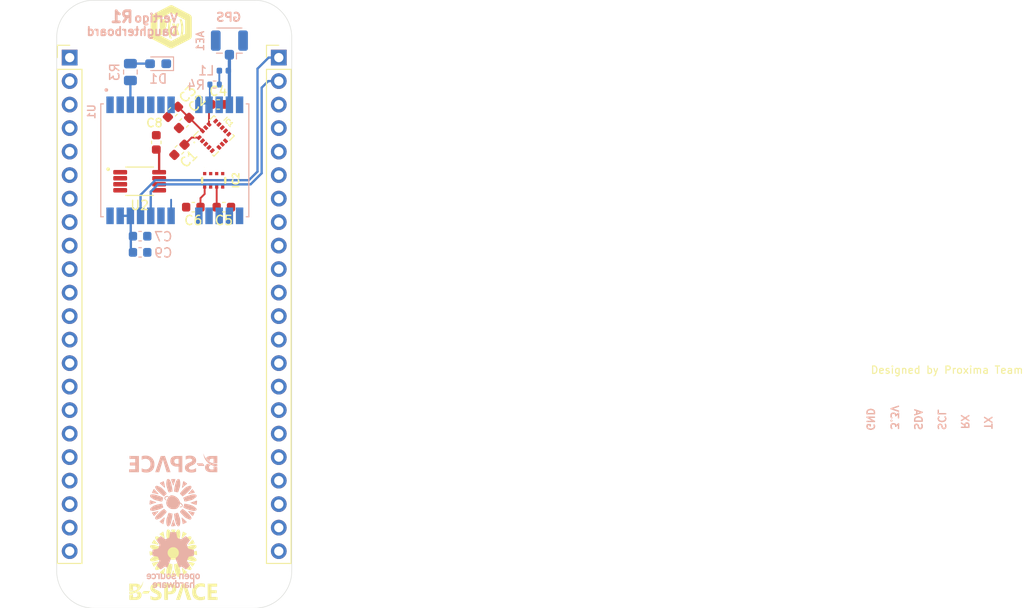
<source format=kicad_pcb>
(kicad_pcb (version 20240108) (generator "pcbnew") (generator_version "8.0")
  (layers (0 "F.Cu" signal) (1 "In1.Cu" signal) (2 "In2.Cu" signal) (31 "B.Cu" signal) (34 "B.Paste" user) (35 "F.Paste" user) (36 "B.SilkS" user "B.Silkscreen") (37 "F.SilkS" user "F.Silkscreen") (38 "B.Mask" user) (39 "F.Mask" user) (44 "Edge.Cuts" user))
  (net 0 "")
  (net 1 "Net-(AE1-A)")
  (net 2 "+3.3V")
  (net 3 "GND")
  (net 4 "Net-(IC1-REGOUT)")
  (net 5 "Net-(D1-A)")
  (net 6 "Net-(L1-Pad1)")
  (net 7 "Net-(U1-TIMEPULSE)")
  (net 8 "Net-(U1-RSVD_8)")
  (net 18 "/UART_TX")
  (net 19 "/UART_RX")
  (net 56 "/SCLK")
  (net 57 "unconnected-(U1-SDA2-Pad18)")
  (net 59 "/ESP_SDI")
  (net 60 "/ESP_SDO")
  (footprint "Capacitor_SMD:C_0603_1608Metric" (layer "F.Cu") (at 112.562498 50.562497 45)
    (property "Reference" "C3" (at 2.474874 -0.212132 45) (layer "F.SilkS"))
    (property "Value" "2.2uF")
    (pad "1" smd roundrect (at -0.775 0 45) (size 0.9 0.95) (layers "F.Cu" "F.Paste" "F.Mask") (net 3 "GND"))
    (pad "2" smd roundrect (at 0.775 0 45) (size 0.9 0.95) (layers "F.Cu" "F.Paste" "F.Mask") (net 2 "+3.3V"))
  )
  (footprint "Vertigo Daughterboard KiCad Libraries:SOP65P490X110-8N" (layer "F.Cu") (at 108.962499 58.062497)
    (property "Reference" "U2" (at 0 2.600001 0) (layer "F.SilkS"))
    (property "Value" "24AA32A-I_MS")
    (pad "1" smd roundrect (at -2.105 -0.975) (size 1.5 0.49) (layers "F.Cu" "F.Paste" "F.Mask") (net 3 "GND"))
    (pad "2" smd roundrect (at -2.105 -0.325) (size 1.5 0.49) (layers "F.Cu" "F.Paste" "F.Mask") (net 3 "GND"))
    (pad "3" smd roundrect (at -2.105 0.325) (size 1.5 0.49) (layers "F.Cu" "F.Paste" "F.Mask") (net 3 "GND"))
    (pad "4" smd roundrect (at -2.105 0.975) (size 1.5 0.49) (layers "F.Cu" "F.Paste" "F.Mask") (net 3 "GND"))
    (pad "5" smd roundrect (at 2.105 0.975 180) (size 1.5 0.49) (layers "F.Cu" "F.Paste" "F.Mask"))
    (pad "6" smd roundrect (at 2.105 0.325 180) (size 1.5 0.49) (layers "F.Cu" "F.Paste" "F.Mask"))
    (pad "7" smd roundrect (at 2.105 -0.325 180) (size 1.5 0.49) (layers "F.Cu" "F.Paste" "F.Mask") (net 3 "GND"))
    (pad "8" smd roundrect (at 2.105 -0.975 180) (size 1.5 0.49) (layers "F.Cu" "F.Paste" "F.Mask") (net 2 "+3.3V"))
  )
  (footprint "Connector_PinHeader_2.54mm:PinHeader_1x22_P2.54mm_Vertical" (layer "F.Cu") (at 124 44.7)
    (property "Reference" "J2" (hide yes))
    (property "Value" "Conn_01x22_Socket")
    (pad "1" thru_hole rect (at 0 0) (size 1.7 1.7) (drill 1) (layers "*.Cu" "*.Mask") (net 18 "/UART_TX"))
    (pad "2" thru_hole oval (at 0 2.54) (size 1.7 1.7) (drill 1) (layers "*.Cu" "*.Mask") (net 19 "/UART_RX"))
    (pad "3" thru_hole oval (at 0 5.08) (size 1.7 1.7) (drill 1) (layers "*.Cu" "*.Mask") (net 56 "/SCLK"))
    (pad "4" thru_hole oval (at 0 7.62) (size 1.7 1.7) (drill 1) (layers "*.Cu" "*.Mask") (net 59 "/ESP_SDI"))
    (pad "5" thru_hole oval (at 0 10.16) (size 1.7 1.7) (drill 1) (layers "*.Cu" "*.Mask") (net 60 "/ESP_SDO"))
    (pad "6" thru_hole oval (at 0 12.7) (size 1.7 1.7) (drill 1) (layers "*.Cu" "*.Mask") (net 2 "+3.3V"))
    (pad "7" thru_hole oval (at 0 15.24) (size 1.7 1.7) (drill 1) (layers "*.Cu" "*.Mask"))
    (pad "8" thru_hole oval (at 0 17.78) (size 1.7 1.7) (drill 1) (layers "*.Cu" "*.Mask"))
    (pad "9" thru_hole oval (at 0 20.32) (size 1.7 1.7) (drill 1) (layers "*.Cu" "*.Mask"))
    (pad "10" thru_hole oval (at 0 22.86) (size 1.7 1.7) (drill 1) (layers "*.Cu" "*.Mask"))
    (pad "11" thru_hole oval (at 0 25.4) (size 1.7 1.7) (drill 1) (layers "*.Cu" "*.Mask"))
    (pad "12" thru_hole oval (at 0 27.94) (size 1.7 1.7) (drill 1) (layers "*.Cu" "*.Mask"))
    (pad "13" thru_hole oval (at 0 30.48) (size 1.7 1.7) (drill 1) (layers "*.Cu" "*.Mask"))
    (pad "14" thru_hole oval (at 0 33.02) (size 1.7 1.7) (drill 1) (layers "*.Cu" "*.Mask"))
    (pad "15" thru_hole oval (at 0 35.56) (size 1.7 1.7) (drill 1) (layers "*.Cu" "*.Mask"))
    (pad "16" thru_hole oval (at 0 38.1) (size 1.7 1.7) (drill 1) (layers "*.Cu" "*.Mask"))
    (pad "17" thru_hole oval (at 0 40.64) (size 1.7 1.7) (drill 1) (layers "*.Cu" "*.Mask"))
    (pad "18" thru_hole oval (at 0 43.18) (size 1.7 1.7) (drill 1) (layers "*.Cu" "*.Mask"))
    (pad "19" thru_hole oval (at 0 45.72) (size 1.7 1.7) (drill 1) (layers "*.Cu" "*.Mask"))
    (pad "20" thru_hole oval (at 0 48.26) (size 1.7 1.7) (drill 1) (layers "*.Cu" "*.Mask"))
    (pad "21" thru_hole oval (at 0 50.8) (size 1.7 1.7) (drill 1) (layers "*.Cu" "*.Mask"))
    (pad "22" thru_hole oval (at 0 53.34) (size 1.7 1.7) (drill 1) (layers "*.Cu" "*.Mask") (net 3 "GND"))
  )
  (footprint "Vertigo Pro KiCad Libraries:flower_space_logo" (layer "F.Cu") (at 112.691936 98.6)
    (property "Reference" "G***" (hide yes))
    (property "Value" "LOGO" (hide yes))
  )
  (footprint "Vertigo Pro KiCad Libraries:proxima_logo_simple_footprint" (layer "F.Cu") (at 112.4 41.4)
    (property "Reference" "G***" (hide yes))
    (property "Value" "LOGO" (hide yes))
  )
  (footprint "Capacitor_SMD:C_0603_1608Metric" (layer "F.Cu") (at 117.4625 49.762497)
    (property "Reference" "C4" (at 0 -1.43 0) (layer "F.SilkS"))
    (property "Value" "100nF")
    (pad "1" smd roundrect (at -0.775 0) (size 0.9 0.95) (layers "F.Cu" "F.Paste" "F.Mask") (net 4 "Net-(IC1-REGOUT)"))
    (pad "2" smd roundrect (at 0.775 0) (size 0.9 0.95) (layers "F.Cu" "F.Paste" "F.Mask") (net 3 "GND"))
  )
  (footprint "Capacitor_SMD:C_0603_1608Metric" (layer "F.Cu") (at 110.7625 53.862498 -90)
    (property "Reference" "C8" (at -2.1 0.2 0) (layer "F.SilkS") (effects (font (size 0.9 0.9))))
    (property "Value" "100nF")
    (pad "1" smd roundrect (at -0.775 0 270) (size 0.9 0.95) (layers "F.Cu" "F.Paste" "F.Mask") (net 3 "GND"))
    (pad "2" smd roundrect (at 0.775 0 270) (size 0.9 0.95) (layers "F.Cu" "F.Paste" "F.Mask") (net 2 "+3.3V"))
  )
  (footprint "Capacitor_SMD:C_0603_1608Metric" (layer "F.Cu") (at 113.2625 54.662497 45)
    (property "Reference" "C1" (at 0 1.414214 45) (layer "F.SilkS"))
    (property "Value" "10nF")
    (pad "1" smd roundrect (at -0.775 0 45) (size 0.9 0.95) (layers "F.Cu" "F.Paste" "F.Mask") (net 3 "GND"))
    (pad "2" smd roundrect (at 0.775 0 45) (size 0.9 0.95) (layers "F.Cu" "F.Paste" "F.Mask") (net 2 "+3.3V"))
  )
  (footprint "Connector_PinHeader_2.54mm:PinHeader_1x22_P2.54mm_Vertical" (layer "F.Cu") (at 101.4 44.7)
    (property "Reference" "J1" (hide yes))
    (property "Value" "Conn_01x22_Socket")
    (pad "1" thru_hole rect (at 0 0) (size 1.7 1.7) (drill 1) (layers "*.Cu" "*.Mask") (net 2 "+3.3V"))
    (pad "2" thru_hole oval (at 0 2.54) (size 1.7 1.7) (drill 1) (layers "*.Cu" "*.Mask"))
    (pad "3" thru_hole oval (at 0 5.08) (size 1.7 1.7) (drill 1) (layers "*.Cu" "*.Mask"))
    (pad "4" thru_hole oval (at 0 7.62) (size 1.7 1.7) (drill 1) (layers "*.Cu" "*.Mask"))
    (pad "5" thru_hole oval (at 0 10.16) (size 1.7 1.7) (drill 1) (layers "*.Cu" "*.Mask"))
    (pad "6" thru_hole oval (at 0 12.7) (size 1.7 1.7) (drill 1) (layers "*.Cu" "*.Mask"))
    (pad "7" thru_hole oval (at 0 15.24) (size 1.7 1.7) (drill 1) (layers "*.Cu" "*.Mask"))
    (pad "8" thru_hole oval (at 0 17.78) (size 1.7 1.7) (drill 1) (layers "*.Cu" "*.Mask"))
    (pad "9" thru_hole oval (at 0 20.32) (size 1.7 1.7) (drill 1) (layers "*.Cu" "*.Mask"))
    (pad "10" thru_hole oval (at 0 22.86) (size 1.7 1.7) (drill 1) (layers "*.Cu" "*.Mask"))
    (pad "11" thru_hole oval (at 0 25.4) (size 1.7 1.7) (drill 1) (layers "*.Cu" "*.Mask"))
    (pad "12" thru_hole oval (at 0 27.94) (size 1.7 1.7) (drill 1) (layers "*.Cu" "*.Mask"))
    (pad "13" thru_hole oval (at 0 30.48) (size 1.7 1.7) (drill 1) (layers "*.Cu" "*.Mask"))
    (pad "14" thru_hole oval (at 0 33.02) (size 1.7 1.7) (drill 1) (layers "*.Cu" "*.Mask"))
    (pad "15" thru_hole oval (at 0 35.56) (size 1.7 1.7) (drill 1) (layers "*.Cu" "*.Mask"))
    (pad "16" thru_hole oval (at 0 38.1) (size 1.7 1.7) (drill 1) (layers "*.Cu" "*.Mask"))
    (pad "17" thru_hole oval (at 0 40.64) (size 1.7 1.7) (drill 1) (layers "*.Cu" "*.Mask"))
    (pad "18" thru_hole oval (at 0 43.18) (size 1.7 1.7) (drill 1) (layers "*.Cu" "*.Mask"))
    (pad "19" thru_hole oval (at 0 45.72) (size 1.7 1.7) (drill 1) (layers "*.Cu" "*.Mask"))
    (pad "20" thru_hole oval (at 0 48.26) (size 1.7 1.7) (drill 1) (layers "*.Cu" "*.Mask"))
    (pad "21" thru_hole oval (at 0 50.8) (size 1.7 1.7) (drill 1) (layers "*.Cu" "*.Mask"))
    (pad "22" thru_hole oval (at 0 53.34) (size 1.7 1.7) (drill 1) (layers "*.Cu" "*.Mask"))
  )
  (footprint "Capacitor_SMD:C_0603_1608Metric" (layer "F.Cu") (at 118.0625 60.862498 180)
    (property "Reference" "C5" (at 0 -1.43 0) (layer "F.SilkS"))
    (property "Value" "100nF")
    (pad "1" smd roundrect (at -0.775 0 180) (size 0.9 0.95) (layers "F.Cu" "F.Paste" "F.Mask") (net 3 "GND"))
    (pad "2" smd roundrect (at 0.775 0 180) (size 0.9 0.95) (layers "F.Cu" "F.Paste" "F.Mask") (net 2 "+3.3V"))
  )
  (footprint "Capacitor_SMD:C_0603_1608Metric" (layer "F.Cu") (at 113.762499 51.762499 45)
    (property "Reference" "C2" (at 2.474874 -0.494975 45) (layer "F.SilkS"))
    (property "Value" "100nF")
    (pad "1" smd roundrect (at -0.775 0 45) (size 0.9 0.95) (layers "F.Cu" "F.Paste" "F.Mask") (net 3 "GND"))
    (pad "2" smd roundrect (at 0.775 0 45) (size 0.9 0.95) (layers "F.Cu" "F.Paste" "F.Mask") (net 2 "+3.3V"))
  )
  (footprint "Vertigo Pro KiCad Libraries:b-space_logo_long" (layer "F.Cu") (at 112.6 102.4)
    (property "Reference" "G***" (hide yes))
    (property "Value" "LOGO" (hide yes))
  )
  (footprint "Vertigo Daughterboard KiCad Libraries:DPS310XTSA1" (layer "F.Cu") (at 116.9625 57.962498 180)
    (property "Reference" "IC2" (at -2.4 0 90) (layer "F.SilkS") (effects (font (size 0.7 0.7) (thickness 0.15) (bold yes))))
    (property "Value" "DPS310XTSA1" (hide yes))
    (pad "1" smd rect (at 0.975001 0.725 270) (size 0.35 0.35) (layers "F.Cu" "F.Paste" "F.Mask") (net 3 "GND"))
    (pad "2" smd rect (at 0.325 0.725 270) (size 0.35 0.35) (layers "F.Cu" "F.Paste" "F.Mask") (net 2 "+3.3V"))
    (pad "3" smd rect (at -0.325 0.725 270) (size 0.35 0.35) (layers "F.Cu" "F.Paste" "F.Mask") (net 60 "/ESP_SDO"))
    (pad "4" smd rect (at -0.975001 0.725 270) (size 0.35 0.35) (layers "F.Cu" "F.Paste" "F.Mask") (net 56 "/SCLK"))
    (pad "5" smd rect (at -0.975001 -0.725 270) (size 0.35 0.35) (layers "F.Cu" "F.Paste" "F.Mask") (net 59 "/ESP_SDI"))
    (pad "6" smd rect (at -0.325 -0.725 270) (size 0.35 0.35) (layers "F.Cu" "F.Paste" "F.Mask") (net 2 "+3.3V"))
    (pad "7" smd rect (at 0.325 -0.725 270) (size 0.35 0.35) (layers "F.Cu" "F.Paste" "F.Mask") (net 3 "GND"))
    (pad "8" smd rect (at 0.975001 -0.725 270) (size 0.35 0.35) (layers "F.Cu" "F.Paste" "F.Mask") (net 2 "+3.3V"))
  )
  (footprint "Vertigo Daughterboard KiCad Libraries:PQFN50P300X300X80-16N" (layer "F.Cu") (at 116.994999 53.162499 45)
    (property "Reference" "IC1" (at 2.16905 0.04773 135) (layer "F.SilkS") (effects (font (size 0.481634 0.481634))))
    (property "Value" "ICM-20602")
    (pad "1" smd roundrect (at -1.26 -1 45) (size 0.49 0.35) (layers "F.Cu" "F.Paste" "F.Mask") (roundrect_rratio 0.125) (net 2 "+3.3V"))
    (pad "2" smd roundrect (at -1.26 -0.5 45) (size 0.49 0.35) (layers "F.Cu" "F.Paste" "F.Mask") (roundrect_rratio 0.125) (net 56 "/SCLK"))
    (pad "3" smd roundrect (at -1.260001 0 45) (size 0.49 0.35) (layers "F.Cu" "F.Paste" "F.Mask") (roundrect_rratio 0.125) (net 60 "/ESP_SDO"))
    (pad "4" smd roundrect (at -1.26 0.5 45) (size 0.49 0.35) (layers "F.Cu" "F.Paste" "F.Mask") (roundrect_rratio 0.125) (net 59 "/ESP_SDI"))
    (pad "5" smd roundrect (at -1.26 1 45) (size 0.49 0.35) (layers "F.Cu" "F.Paste" "F.Mask") (roundrect_rratio 0.125) (net 2 "+3.3V"))
    (pad "6" smd roundrect (at -0.5 1.26 135) (size 0.49 0.35) (layers "F.Cu" "F.Paste" "F.Mask") (roundrect_rratio 0.125) (net 3 "GND"))
    (pad "7" smd roundrect (at 0 1.260001 135) (size 0.49 0.35) (layers "F.Cu" "F.Paste" "F.Mask") (roundrect_rratio 0.125))
    (pad "8" smd roundrect (at 0.5 1.26 135) (size 0.49 0.35) (layers "F.Cu" "F.Paste" "F.Mask") (roundrect_rratio 0.125) (net 3 "GND"))
    (pad "9" smd roundrect (at 1.26 1 225) (size 0.49 0.35) (layers "F.Cu" "F.Paste" "F.Mask") (roundrect_rratio 0.125) (net 3 "GND"))
    (pad "10" smd roundrect (at 1.26 0.5 225) (size 0.49 0.35) (layers "F.Cu" "F.Paste" "F.Mask") (roundrect_rratio 0.125) (net 3 "GND"))
    (pad "11" smd roundrect (at 1.260001 0 225) (size 0.49 0.35) (layers "F.Cu" "F.Paste" "F.Mask") (roundrect_rratio 0.125) (net 3 "GND"))
    (pad "12" smd roundrect (at 1.26 -0.5 225) (size 0.49 0.35) (layers "F.Cu" "F.Paste" "F.Mask") (roundrect_rratio 0.125) (net 3 "GND"))
    (pad "13" smd roundrect (at 1.26 -1 225) (size 0.49 0.35) (layers "F.Cu" "F.Paste" "F.Mask") (roundrect_rratio 0.125) (net 3 "GND"))
    (pad "14" smd roundrect (at 0.5 -1.26 315) (size 0.49 0.35) (layers "F.Cu" "F.Paste" "F.Mask") (roundrect_rratio 0.125) (net 4 "Net-(IC1-REGOUT)"))
    (pad "15" smd roundrect (at 0 -1.260001 315) (size 0.49 0.35) (layers "F.Cu" "F.Paste" "F.Mask") (roundrect_rratio 0.125) (net 3 "GND"))
    (pad "16" smd roundrect (at -0.5 -1.26 315) (size 0.49 0.35) (layers "F.Cu" "F.Paste" "F.Mask") (roundrect_rratio 0.125) (net 2 "+3.3V"))
  )
  (footprint "Capacitor_SMD:C_0603_1608Metric" (layer "F.Cu") (at 114.762501 60.862498 180)
    (property "Reference" "C6" (at 0 -1.43 0) (layer "F.SilkS"))
    (property "Value" "100nF")
    (pad "1" smd roundrect (at -0.775 0 180) (size 0.9 0.95) (layers "F.Cu" "F.Paste" "F.Mask") (net 2 "+3.3V"))
    (pad "2" smd roundrect (at 0.775 0 180) (size 0.9 0.95) (layers "F.Cu" "F.Paste" "F.Mask") (net 3 "GND"))
  )
  (footprint "Vertigo Daughterboard KiCad Libraries:XCVR_NEO-6M-GPS" (layer "B.Cu") (at 112.7625 55.799999 -90)
    (property "Reference" "U1" (at -5.250001 9 90) (layer "B.SilkS") (effects (font (size 0.8 0.8)) (justify mirror)))
    (property "Value" "NEO-6M-GPS")
    (pad "1" smd rect (at -6 7 90) (size 1.8 0.8) (layers "B.Cu" "B.Mask"))
    (pad "2" smd rect (at -6 5.9 90) (size 1.8 0.8) (layers "B.Cu" "B.Mask"))
    (pad "3" smd rect (at -6 4.8 90) (size 1.8 0.8) (layers "B.Cu" "B.Mask") (net 7 "Net-(U1-TIMEPULSE)"))
    (pad "4" smd rect (at -6 3.7 90) (size 1.8 0.8) (layers "B.Cu" "B.Mask"))
    (pad "5" smd rect (at -6 2.6 90) (size 1.8 0.8) (layers "B.Cu" "B.Mask"))
    (pad "6" smd rect (at -6 1.5 90) (size 1.8 0.8) (layers "B.Cu" "B.Mask"))
    (pad "7" smd rect (at -6 0.4 90) (size 1.8 0.8) (layers "B.Cu" "B.Mask") (net 3 "GND"))
    (pad "8" smd rect (at -6 -2.6 90) (size 1.8 0.8) (layers "B.Cu" "B.Mask") (net 8 "Net-(U1-RSVD_8)"))
    (pad "9" smd rect (at -6 -3.7 90) (size 1.8 0.8) (layers "B.Cu" "B.Mask") (net 8 "Net-(U1-RSVD_8)"))
    (pad "10" smd rect (at -6 -4.8 90) (size 1.8 0.8) (layers "B.Cu" "B.Mask") (net 3 "GND"))
    (pad "11" smd rect (at -6 -5.9 90) (size 1.8 0.8) (layers "B.Cu" "B.Mask") (net 1 "Net-(AE1-A)"))
    (pad "12" smd rect (at -6 -7 90) (size 1.8 0.8) (layers "B.Cu" "B.Mask") (net 3 "GND"))
    (pad "13" smd rect (at 6 -7 90) (size 1.8 0.8) (layers "B.Cu" "B.Mask") (net 3 "GND"))
    (pad "14" smd rect (at 6 -5.9 90) (size 1.8 0.8) (layers "B.Cu" "B.Mask"))
    (pad "15" smd rect (at 6 -4.8 90) (size 1.8 0.8) (layers "B.Cu" "B.Mask"))
    (pad "16" smd rect (at 6 -3.7 90) (size 1.8 0.8) (layers "B.Cu" "B.Mask"))
    (pad "17" smd rect (at 6 -2.6 90) (size 1.8 0.8) (layers "B.Cu" "B.Mask"))
    (pad "18" smd rect (at 6 0.4 90) (size 1.8 0.8) (layers "B.Cu" "B.Mask") (net 57 "unconnected-(U1-SDA2-Pad18)"))
    (pad "19" smd rect (at 6 1.5 90) (size 1.8 0.8) (layers "B.Cu" "B.Mask"))
    (pad "20" smd rect (at 6 2.6 90) (size 1.8 0.8) (layers "B.Cu" "B.Mask") (net 19 "/UART_RX"))
    (pad "21" smd rect (at 6 3.7 90) (size 1.8 0.8) (layers "B.Cu" "B.Mask") (net 18 "/UART_TX"))
    (pad "22" smd rect (at 6 4.8 90) (size 1.8 0.8) (layers "B.Cu" "B.Mask") (net 2 "+3.3V"))
    (pad "23" smd rect (at 6 5.9 90) (size 1.8 0.8) (layers "B.Cu" "B.Mask") (net 2 "+3.3V"))
    (pad "24" smd rect (at 6 7 90) (size 1.8 0.8) (layers "B.Cu" "B.Mask") (net 3 "GND"))
  )
  (footprint "Resistor_SMD:R_0805_2012Metric" (layer "B.Cu") (at 107.9625 46.262497 90)
    (property "Reference" "R3" (at 0 -1.700001 90) (layer "B.SilkS") (effects (justify mirror)))
    (property "Value" "1K")
    (pad "1" smd roundrect (at -0.9125 0 90) (size 1.025 1.4) (layers "B.Cu" "B.Paste" "B.Mask") (roundrect_rratio 0.243902) (net 7 "Net-(U1-TIMEPULSE)"))
    (pad "2" smd roundrect (at 0.9125 0 90) (size 1.025 1.4) (layers "B.Cu" "B.Paste" "B.Mask") (roundrect_rratio 0.243902) (net 5 "Net-(D1-A)"))
  )
  (footprint "Vertigo Pro KiCad Libraries:b-space_logo_long" (layer "B.Cu") (at 112.6 88.6 180)
    (property "Reference" "G***" (hide yes))
    (property "Value" "LOGO" (hide yes))
  )
  (footprint "Capacitor_SMD:C_0603_1608Metric" (layer "B.Cu") (at 109.012501 65.749998)
    (property "Reference" "C9" (at 2.5 0.05 0) (layer "B.SilkS") (effects (justify mirror)))
    (property "Value" "1uF")
    (pad "1" smd roundrect (at -0.775 0) (size 0.9 0.95) (layers "B.Cu" "B.Paste" "B.Mask") (net 2 "+3.3V"))
    (pad "2" smd roundrect (at 0.775 0) (size 0.9 0.95) (layers "B.Cu" "B.Paste" "B.Mask") (net 3 "GND"))
  )
  (footprint "Inductor_SMD:L_0402_1005Metric" (layer "B.Cu") (at 118.0625 46.112498)
    (property "Reference" "L1" (at -1.9 0 0) (layer "B.SilkS") (effects (justify mirror)))
    (property "Value" "27uH")
    (pad "1" smd roundrect (at -0.485 0) (size 0.59 0.64) (layers "B.Cu" "B.Paste" "B.Mask") (net 6 "Net-(L1-Pad1)"))
    (pad "2" smd roundrect (at 0.485 0) (size 0.59 0.64) (layers "B.Cu" "B.Paste" "B.Mask") (net 1 "Net-(AE1-A)"))
  )
  (footprint "Symbol:OSHW-Logo_5.7x6mm_SilkScreen" (layer "B.Cu") (at 112.6 99 180)
    (property "Reference" "REF**" (hide yes))
    (property "Value" "OSHW-Logo_5.7x6mm_SilkScreen" (hide yes))
  )
  (footprint "Connector_Coaxial:U.FL_Hirose_U.FL-R-SMT-1_Vertical" (layer "B.Cu") (at 118.6625 43.337498 90)
    (property "Reference" "AE1" (at 0.425 -3.15 90) (layer "B.SilkS") (effects (font (size 0.8 0.8)) (justify mirror)))
    (property "Value" "Antenna")
    (pad "1" smd roundrect (at -1.05 0 90) (size 1.05 1) (layers "B.Cu" "B.Paste" "B.Mask") (net 1 "Net-(AE1-A)"))
    (pad "2" smd roundrect (at 0.475 -1.475 90) (size 2.2 1.05) (layers "B.Cu" "B.Paste" "B.Mask") (roundrect_rratio 0.2380952381))
    (pad "2" smd roundrect (at 0.475 1.475 90) (size 2.2 1.05) (layers "B.Cu" "B.Paste" "B.Mask") (roundrect_rratio 0.2380952381))
  )
  (footprint "Resistor_SMD:R_0402_1005Metric" (layer "B.Cu") (at 117.062499 47.612498)
    (property "Reference" "R4" (at -2 0.05 0) (layer "B.SilkS") (effects (justify mirror)))
    (property "Value" "22R")
    (pad "1" smd roundrect (at -0.509999 0) (size 0.54 0.64) (layers "B.Cu" "B.Paste" "B.Mask") (net 8 "Net-(U1-RSVD_8)"))
    (pad "2" smd roundrect (at 0.509999 0) (size 0.54 0.64) (layers "B.Cu" "B.Paste" "B.Mask") (net 6 "Net-(L1-Pad1)"))
  )
  (footprint "Vertigo Pro KiCad Libraries:flower_space_logo" (layer "B.Cu") (at 112.508065 93.13733 180)
    (property "Reference" "G***" (hide yes))
    (property "Value" "LOGO" (hide yes))
  )
  (footprint "LED_SMD:LED_0603_1608Metric_Pad1.05x0.95mm_HandSolder" (layer "B.Cu") (at 110.9625 45.362499 180)
    (property "Reference" "D1" (at 0 -1.637501 0) (layer "B.SilkS") (effects (justify mirror)))
    (property "Value" "GPS LED")
    (pad "1" smd roundrect (at -0.874999 0 180) (size 1.05 0.95) (layers "B.Cu" "B.Paste" "B.Mask") (net 3 "GND"))
    (pad "2" smd roundrect (at 0.874999 0 180) (size 1.05 0.95) (layers "B.Cu" "B.Paste" "B.Mask") (net 5 "Net-(D1-A)"))
  )
  (footprint "Capacitor_SMD:C_0603_1608Metric" (layer "B.Cu") (at 109.012501 64)
    (property "Reference" "C7" (at 2.5 0.05 0) (layer "B.SilkS") (effects (justify mirror)))
    (property "Value" "100nF")
    (pad "1" smd roundrect (at -0.775 0) (size 0.9 0.95) (layers "B.Cu" "B.Paste" "B.Mask") (net 2 "+3.3V"))
    (pad "2" smd roundrect (at 0.775 0) (size 0.9 0.95) (layers "B.Cu" "B.Paste" "B.Mask") (net 3 "GND"))
  )
  (gr_arc (start 100 42.5) (mid 101.171573 39.671573) (end 104 38.5) (stroke (width 0.05)) (layer "Edge.Cuts"))
  (gr_line (start 121.4 38.5) (end 104 38.5) (stroke (width 0.05)) (layer "Edge.Cuts"))
  (gr_line (start 100 42.5) (end 100 100.2) (stroke (width 0.05)) (layer "Edge.Cuts"))
  (gr_arc (start 104 104.2) (mid 101.171573 103.028427) (end 100 100.2) (stroke (width 0.05)) (layer "Edge.Cuts"))
  (gr_arc (start 121.4 38.5) (mid 124.228427 39.671573) (end 125.4 42.5) (stroke (width 0.05)) (layer "Edge.Cuts"))
  (gr_arc (start 125.4 100.2) (mid 124.228427 103.028427) (end 121.4 104.2) (stroke (width 0.05)) (layer "Edge.Cuts"))
  (gr_line (start 104 104.2) (end 121.4 104.2) (stroke (width 0.05)) (layer "Edge.Cuts"))
  (gr_line (start 125.4 100.2) (end 125.4 42.5) (stroke (width 0.05)) (layer "Edge.Cuts"))
  (gr_text "Vertigo \nDaughterboard\n" (at 113.2 42.4 0) (layer "B.SilkS") (effects (font (size 0.9 0.9) (thickness 0.2) (bold yes)) (justify left bottom mirror)))
  (gr_text "3.3V" (at 190.069999 84.989999 -90) (layer "B.SilkS") (effects (font (size 0.8 0.8) (thickness 0.15) (bold yes)) (justify left bottom mirror)))
  (gr_text "RX" (at 197.67 84.94 -90) (layer "B.SilkS") (effects (font (size 0.8 0.8) (thickness 0.15) (bold yes)) (justify left bottom mirror)))
  (gr_text "TX" (at 200.17 84.94 -90) (layer "B.SilkS") (effects (font (size 0.8 0.8) (thickness 0.15) (bold yes)) (justify left bottom mirror)))
  (gr_text "GND\n" (at 187.47 85.109999 -90) (layer "B.SilkS") (effects (font (size 0.8 0.8) (thickness 0.15) (bold yes)) (justify left bottom mirror)))
  (gr_text "GPS" (at 120.0375 40.862499 0) (layer "B.SilkS") (effects (font (size 0.9 0.9) (thickness 0.2) (bold yes)) (justify left bottom mirror)))
  (gr_text "SDA\n" (at 192.619999 85.039999 -90) (layer "B.SilkS") (effects (font (size 0.8 0.8) (thickness 0.15) (bold yes)) (justify left bottom mirror)))
  (gr_text "R1\n" (at 108.4 41 -0) (layer "B.SilkS") (effects (font (size 1.2 1.2) (thickness 0.3) (bold yes)) (justify left bottom mirror)))
  (gr_text "SCL\n" (at 195.169999 85.039999 -90) (layer "B.SilkS") (effects (font (size 0.8 0.8) (thickness 0.15) (bold yes)) (justify left bottom mirror)))
  (gr_text "Designed by Proxima Team\n" (at 196.22 78.93 0) (layer "F.SilkS") (effects (font (size 0.8 0.8) (thickness 0.12) (bold yes)) (justify bottom)))
  (segment (start 118.6625 49.662497) (end 118.6625 44.387498) (width 0.3556) (layer "B.Cu") (net 1))
  (segment (start 118.662499 49.662498) (end 118.6625 49.662497) (width 0.3556) (layer "B.Cu") (net 1))
  (segment (start 110.7625 54.637498) (end 111.067501 54.942499) (width 0.25) (layer "F.Cu") (net 2))
  (segment (start 114.339883 51.214489) (end 114.310508 51.214488) (width 0.2023) (layer "F.Cu") (net 2))
  (segment (start 114.578652 53.346345) (end 113.810507 54.11449) (width 0.2023) (layer "F.Cu") (net 2))
  (segment (start 115.39694 53.346345) (end 114.578652 53.346345) (width 0.2023) (layer "F.Cu") (net 2))
  (segment (start 117.287501 58.687498) (end 117.2875 60.862498) (width 0.2023) (layer "F.Cu") (net 2))
  (segment (start 115.987499 59.437499) (end 115.5375 59.887497) (width 0.2023) (layer "F.Cu") (net 2))
  (segment (start 114.310508 51.214488) (end 113.110508 50.01449) (width 0.2023) (layer "F.Cu") (net 2))
  (segment (start 115.987498 58.687498) (end 115.987499 59.437499) (width 0.2023) (layer "F.Cu") (net 2))
  (segment (start 111.067501 54.942499) (end 111.067501 57.087498) (width 0.25) (layer "F.Cu") (net 2))
  (segment (start 115.750492 52.625095) (end 114.339883 51.214489) (width 0.2023) (layer "F.Cu") (net 2))
  (segment (start 115.5375 59.887497) (end 115.537499 60.862498) (width 0.2023) (layer "F.Cu") (net 2))
  (segment (start 106.8625 61.662497) (end 107.000002 61.799999) (width 0.25) (layer "B.Cu") (net 2))
  (segment (start 108.237499 63.862499) (end 108.012499 63.637499) (width 0.25) (layer "B.Cu") (net 2))
  (segment (start 107.825 61.799999) (end 107.9625 61.662499) (width 0.25) (layer "B.Cu") (net 2))
  (segment (start 108.012499 64.225) (end 108.012499 65.525) (width 0.25) (layer "B.Cu") (net 2))
  (segment (start 108.012499 63.775) (end 108 63.762501) (width 0.25) (layer "B.Cu") (net 2))
  (segment (start 108 63.762501) (end 108 61.8625) (width 0.25) (layer "B.Cu") (net 2))
  (segment (start 107.000002 61.799999) (end 107.825 61.799999) (width 0.25) (layer "B.Cu") (net 2))
  (segment (start 108 61.8625) (end 108.0125 61.85) (width 0.25) (layer "B.Cu") (net 2))
  (segment (start 116.4576 49.9924) (end 116.457598 51.91799) (width 0.2023) (layer "F.Cu") (net 4))
  (segment (start 116.687501 49.762497) (end 116.4576 49.9924) (width 0.2023) (layer "F.Cu") (net 4))
  (segment (start 110.075001 45.349998) (end 110.0875 45.362496) (width 0.25) (layer "B.Cu") (net 5))
  (segment (start 107.9625 45.349997) (end 110.075001 45.349998) (width 0.25) (layer "B.Cu") (net 5))
  (segment (start 117.572498 47.612497) (end 117.572498 46.1175) (width 0.2023) (layer "B.Cu") (net 6))
  (segment (start 117.572498 46.1175) (end 117.5775 46.112498) (width 0.2023) (layer "B.Cu") (net 6))
  (segment (start 107.9625 49.662497) (end 107.9625 47.174997) (width 0.25) (layer "B.Cu") (net 7))
  (segment (start 116.552501 49.709998) (end 116.552501 47.612498) (width 0.2023) (layer "B.Cu") (net 8))
  (segment (start 116.324999 49.662498) (end 116.4625 49.799999) (width 0.2023) (layer "B.Cu") (net 8))
  (segment (start 116.4625 49.799999) (end 116.552501 49.709998) (width 0.2023) (layer "B.Cu") (net 8))
  (segment (start 115.362499 49.662498) (end 116.324999 49.662498) (width 0.2023) (layer "B.Cu") (net 8))
  (segment (start 121.7 57.013604) (end 120.763604 57.95) (width 0.25) (layer "B.Cu") (net 18))
  (segment (start 109.0625 59.5375) (end 109.0625 61.662498) (width 0.25) (layer "B.Cu") (net 18))
  (segment (start 121.7 45.9) (end 121.7 57.013604) (width 0.25) (layer "B.Cu") (net 18))
  (segment (start 122.9 44.7) (end 121.7 45.9) (width 0.25) (layer "B.Cu") (net 18))
  (segment (start 120.763604 57.95) (end 110.65 57.95) (width 0.25) (layer "B.Cu") (net 18))
  (segment (start 110.65 57.95) (end 109.0625 59.5375) (width 0.25) (layer "B.Cu") (net 18))
  (segment (start 124 44.7) (end 122.9 44.7) (width 0.25) (layer "B.Cu") (net 18))
  (segment (start 122.15 47.95) (end 122.15 57.2) (width 0.25) (layer "B.Cu") (net 19))
  (segment (start 120.95 58.4) (end 110.95 58.4) (width 0.25) (layer "B.Cu") (net 19))
  (segment (start 124 47.24) (end 122.86 47.24) (width 0.25) (layer "B.Cu") (net 19))
  (segment (start 110.95 58.4) (end 110.1625 59.1875) (width 0.25) (layer "B.Cu") (net 19))
  (segment (start 122.86 47.24) (end 122.15 47.95) (width 0.25) (layer "B.Cu") (net 19))
  (segment (start 110.1625 59.1875) (end 110.1625 61.662498) (width 0.25) (layer "B.Cu") (net 19))
  (segment (start 122.15 57.2) (end 120.95 58.4) (width 0.25) (layer "B.Cu") (net 19))
  (segment (start 124 49.78) (end 123.511115 49.78) (width 0.25) (layer "F.Cu") (net 56))
  (segment (start 117.9375 57.237495) (end 117.937501 57.237496) (width 0.2023) (layer "F.Cu") (net 56))
  (segment (start 112.362499 60.062499) (end 112.3625 61.662499) (width 0.2023) (layer "B.Cu") (net 57))
)
</source>
